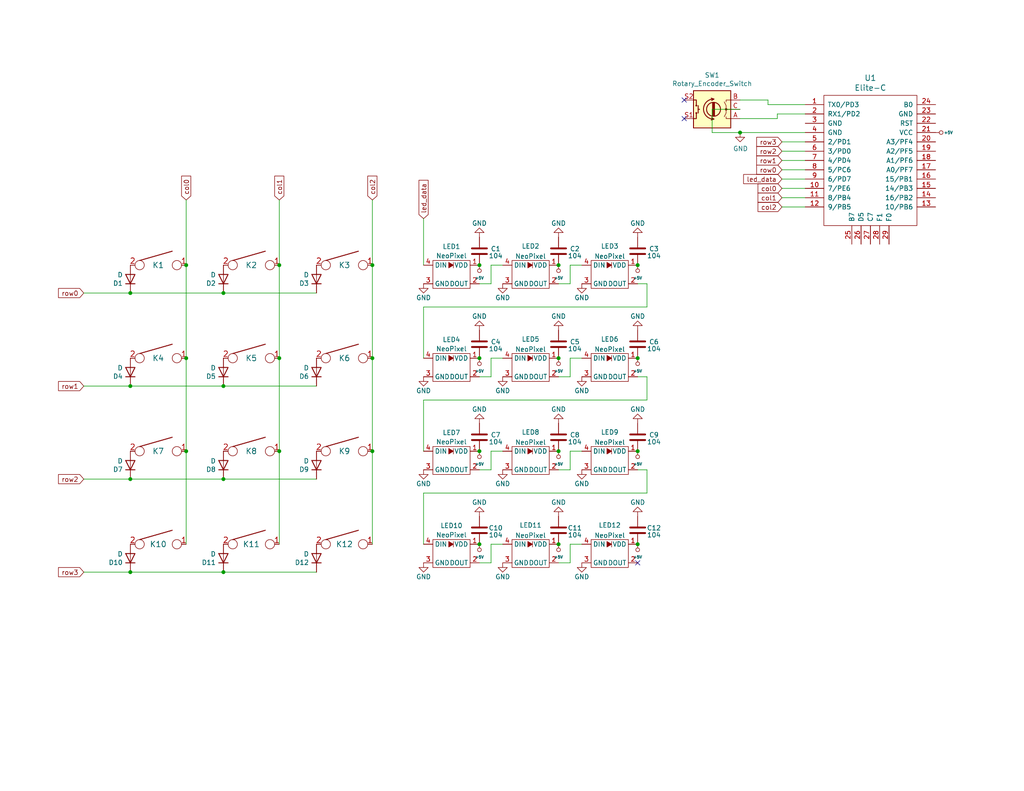
<source format=kicad_sch>
(kicad_sch (version 20211123) (generator eeschema)
  (paper "USLetter")
  (title_block (title "HTSTEM Prototype Macro12") (date "2022-05-08") (company "🔣🔣"))
  (lib_symbols
    (symbol "Device:C" (pin_numbers hide) (pin_names (offset 0.254))
      (property "Reference" "C" (at 0.635 2.54 0))
      (property "Value" "C" (at 0.635 -2.54 0))
      (symbol "C_0_1"
        (polyline (pts (xy -2.032 -0.762) (xy 2.032 -0.762)) (stroke (width 0.508)))
        (polyline (pts (xy -2.032 0.762) (xy 2.032 0.762)) (stroke (width 0.508)))
      )
      (symbol "C_1_1"
        (pin passive line (at 0 3.81 270) (length 2.794) (name "~") (number "1"))
        (pin passive line (at 0 -3.81 90) (length 2.794) (name "~") (number "2"))
      )
    )
    (symbol "Device:D" (pin_numbers hide) (pin_names (offset 1.016) hide)
      (property "Reference" "D" (at 0 2.54 0))
      (property "Value" "D" (at 0 -2.54 0))
      (symbol "D_0_1"
        (polyline (pts (xy -1.27 1.27) (xy -1.27 -1.27)) (stroke (width 0.254)))
        (polyline (pts (xy 1.27 0) (xy -1.27 0)))
        (polyline (pts (xy 1.27 1.27) (xy 1.27 -1.27) (xy -1.27 0) (xy 1.27 1.27)) (stroke (width 0.254)))
      )
      (symbol "D_1_1"
        (pin passive line (at -3.81 0 0) (length 2.54) (name "K") (number "1"))
        (pin passive line (at 3.81 0 180) (length 2.54) (name "A") (number "2"))
      )
    )
    (symbol "Device:Rotary_Encoder_Switch" (pin_names (offset 0.254) hide)
      (property "Reference" "SW" (at 0 6.604 0))
      (property "Value" "Device_Rotary_Encoder_Switch" (at 0 -6.604 0))
      (symbol "Rotary_Encoder_Switch_0_1"
        (rectangle (start -5.08 5.08) (end 5.08 -5.08) (stroke (width 0.254)) (fill (type background)))
        (circle (center -3.81 0) (radius 0.254) (fill (type outline)))
        (arc (start -0.381 -2.794) (mid 2.3622 -0.0635) (end -0.381 2.667) (stroke (width 0.254)))
        (circle (center -0.381 0) (radius 1.905) (stroke (width 0.254)))
        (polyline (pts (xy -0.635 -1.778) (xy -0.635 1.778)) (stroke (width 0.254)))
        (polyline (pts (xy -0.381 -1.778) (xy -0.381 1.778)) (stroke (width 0.254)))
        (polyline (pts (xy -0.127 1.778) (xy -0.127 -1.778)) (stroke (width 0.254)))
        (polyline (pts (xy 3.81 0) (xy 3.429 0)) (stroke (width 0.254)))
        (polyline (pts (xy 3.81 1.016) (xy 3.81 -1.016)) (stroke (width 0.254)))
        (polyline (pts (xy -5.08 -2.54) (xy -3.81 -2.54) (xy -3.81 -2.032)))
        (polyline (pts (xy -5.08 2.54) (xy -3.81 2.54) (xy -3.81 2.032)))
        (polyline (pts (xy 0.254 -3.048) (xy -0.508 -2.794) (xy 0.127 -2.413)) (stroke (width 0.254)))
        (polyline (pts (xy 0.254 2.921) (xy -0.508 2.667) (xy 0.127 2.286)) (stroke (width 0.254)))
        (polyline (pts (xy 5.08 -2.54) (xy 4.318 -2.54) (xy 4.318 -1.016)) (stroke (width 0.254)))
        (polyline (pts (xy 5.08 2.54) (xy 4.318 2.54) (xy 4.318 1.016)) (stroke (width 0.254)))
        (polyline (pts (xy -5.08 0) (xy -3.81 0) (xy -3.81 -1.016) (xy -3.302 -2.032)))
        (polyline (pts (xy -4.318 0) (xy -3.81 0) (xy -3.81 1.016) (xy -3.302 2.032)))
        (circle (center 4.318 -1.016) (radius 0.127) (stroke (width 0.254)))
        (circle (center 4.318 1.016) (radius 0.127) (stroke (width 0.254)))
      )
      (symbol "Rotary_Encoder_Switch_1_1"
        (pin passive line (at -7.62 2.54 0) (length 2.54) (name "A") (number "A"))
        (pin passive line (at -7.62 -2.54 0) (length 2.54) (name "B") (number "B"))
        (pin passive line (at -7.62 0 0) (length 2.54) (name "C") (number "C"))
        (pin passive line (at 7.62 2.54 180) (length 2.54) (name "S1") (number "S1"))
        (pin passive line (at 7.62 -2.54 180) (length 2.54) (name "S2") (number "S2"))
      )
    )
    (symbol "dunkyl_kicad:NeoPixel"
      (property "Reference" "LED" (at 0 -5.08 0))
      (property "Value" "NeoPixel" (at 0 0 0))
      (symbol "NeoPixel_0_1"
        (rectangle (start -5.08 3.81) (end 5.08 -3.81) (stroke (width 0.1524)))
        (polyline (pts (xy 0.508 3.302) (xy 0.508 1.778)) (stroke (width 0.1524)))
        (polyline (pts (xy -0.762 3.302) (xy -0.762 1.778) (xy 0.508 2.54) (xy -0.762 3.302)) (stroke (width 0.1524)) (fill (type outline)))
      )
      (symbol "NeoPixel_1_1"
        (pin input line (at 7.62 2.54 180) (length 2.54) (name "VDD") (number "1"))
        (pin input line (at 7.62 -2.54 180) (length 2.54) (name "DOUT") (number "2"))
        (pin input line (at -7.62 -2.54 0) (length 2.54) (name "GND") (number "3"))
        (pin input line (at -7.62 2.54 0) (length 2.54) (name "DIN") (number "4"))
      )
    )
    (symbol "keebio:Elite-C" (pin_names (offset 1.016))
      (property "Reference" "U" (at 0 0 0))
      (property "Value" "keebio_Elite-C" (at 0 2.54 0))
      (symbol "Elite-C_0_1"
        (rectangle (start 12.7 -19.05) (end -12.7 16.51))
      )
      (symbol "Elite-C_1_1"
        (pin input line (at -17.78 13.97 0) (length 5.08) (name "TX0/PD3") (number "1"))
        (pin input line (at -17.78 -8.89 0) (length 5.08) (name "7/PE6") (number "10"))
        (pin input line (at -17.78 -11.43 0) (length 5.08) (name "8/PB4") (number "11"))
        (pin input line (at -17.78 -13.97 0) (length 5.08) (name "9/PB5") (number "12"))
        (pin input line (at 17.78 -13.97 180) (length 5.08) (name "10/PB6") (number "13"))
        (pin input line (at 17.78 -11.43 180) (length 5.08) (name "16/PB2") (number "14"))
        (pin input line (at 17.78 -8.89 180) (length 5.08) (name "14/PB3") (number "15"))
        (pin input line (at 17.78 -6.35 180) (length 5.08) (name "15/PB1") (number "16"))
        (pin input line (at 17.78 -3.81 180) (length 5.08) (name "A0/PF7") (number "17"))
        (pin input line (at 17.78 -1.27 180) (length 5.08) (name "A1/PF6") (number "18"))
        (pin input line (at 17.78 1.27 180) (length 5.08) (name "A2/PF5") (number "19"))
        (pin input line (at -17.78 11.43 0) (length 5.08) (name "RX1/PD2") (number "2"))
        (pin input line (at 17.78 3.81 180) (length 5.08) (name "A3/PF4") (number "20"))
        (pin input line (at 17.78 6.35 180) (length 5.08) (name "VCC") (number "21"))
        (pin input line (at 17.78 8.89 180) (length 5.08) (name "RST") (number "22"))
        (pin input line (at 17.78 11.43 180) (length 5.08) (name "GND") (number "23"))
        (pin input line (at 17.78 13.97 180) (length 5.08) (name "B0") (number "24"))
        (pin input line (at -5.08 -24.13 90) (length 5.08) (name "B7") (number "25"))
        (pin input line (at -2.54 -24.13 90) (length 5.08) (name "D5") (number "26"))
        (pin input line (at 0 -24.13 90) (length 5.08) (name "C7") (number "27"))
        (pin input line (at 2.54 -24.13 90) (length 5.08) (name "F1") (number "28"))
        (pin input line (at 5.08 -24.13 90) (length 5.08) (name "F0") (number "29"))
        (pin input line (at -17.78 8.89 0) (length 5.08) (name "GND") (number "3"))
        (pin input line (at -17.78 6.35 0) (length 5.08) (name "GND") (number "4"))
        (pin input line (at -17.78 3.81 0) (length 5.08) (name "2/PD1") (number "5"))
        (pin input line (at -17.78 1.27 0) (length 5.08) (name "3/PD0") (number "6"))
        (pin input line (at -17.78 -1.27 0) (length 5.08) (name "4/PD4") (number "7"))
        (pin input line (at -17.78 -3.81 0) (length 5.08) (name "5/PC6") (number "8"))
        (pin input line (at -17.78 -6.35 0) (length 5.08) (name "6/PD7") (number "9"))
      )
    )
    (symbol "keyboard_parts:+5V" (power) (pin_names (offset 0))
      (property "Value" "keyboard_parts_+5V" (at 0 2.794 0))
      (symbol "+5V_0_0"
        (pin power_in line (at 0 0 90) (length 0) hide (name "+5V") (number "1"))
      )
      (symbol "+5V_0_1"
        (polyline (pts (xy 0 0) (xy 0 1.016) (xy 0 1.016)))
        (circle (center 0 1.524) (radius 0.508))
      )
    )
    (symbol "keyboard_parts:KEYSW" (pin_names (offset 1.016))
      (property "Reference" "K?" (at -1.27 0 0))
      (symbol "KEYSW_0_1"
        (circle (center -5.08 0) (radius 1.27))
        (polyline (pts (xy -5.08 1.27) (xy 3.81 3.81)) (stroke (width 0.254)))
        (circle (center 5.08 0) (radius 1.27))
      )
      (symbol "KEYSW_1_1"
        (pin passive line (at 7.62 0 180) (length 1.27) (name "~") (number "1"))
        (pin passive line (at -7.62 0 0) (length 1.27) (name "~") (number "2"))
      )
    )
    (symbol "power:GND" (power) (pin_names (offset 0))
      (property "Value" "GND" (at 0 -3.81 0))
      (symbol "GND_0_1"
        (polyline (pts (xy 0 0) (xy 0 -1.27) (xy 1.27 -1.27) (xy 0 -2.54) (xy -1.27 -1.27) (xy 0 -1.27)))
      )
      (symbol "GND_1_1"
        (pin power_in line (at 0 0 270) (length 0) hide (name "GND") (number "1"))
      )
    )
  )
  (junction (at 101.6 72.39))
  (junction (at 101.6 97.79))
  (junction (at 152.4 148.59))
  (junction (at 50.8 123.19))
  (junction (at 60.96 80.01))
  (junction (at 173.99 123.19))
  (junction (at 173.99 148.59))
  (junction (at 76.2 97.79))
  (junction (at 173.99 97.79))
  (junction (at 173.99 72.39))
  (junction (at 130.81 123.19))
  (junction (at 152.4 72.39))
  (junction (at 35.56 80.01))
  (junction (at 130.81 72.39))
  (junction (at 60.96 156.21))
  (junction (at 35.56 156.21))
  (junction (at 60.96 105.41))
  (junction (at 35.56 130.81))
  (junction (at 35.56 105.41))
  (junction (at 201.93 36.195))
  (junction (at 152.4 97.79))
  (junction (at 101.6 123.19))
  (junction (at 50.8 72.39))
  (junction (at 76.2 123.19))
  (junction (at 76.2 72.39))
  (junction (at 50.8 97.79))
  (junction (at 152.4 123.19))
  (junction (at 130.81 148.59))
  (junction (at 60.96 130.81))
  (junction (at 130.81 97.79))
  (no_connect (at 173.99 153.67))
  (no_connect (at 186.69 32.385))
  (no_connect (at 186.69 27.305))
  (wire (pts (xy 173.99 128.27) (xy 176.53 128.27)))
  (wire (pts (xy 137.16 148.59) (xy 133.985 148.59)))
  (wire (pts (xy 194.31 36.195) (xy 201.93 36.195)))
  (wire (pts (xy 176.53 102.87) (xy 176.53 109.22)))
  (wire (pts (xy 22.86 105.41) (xy 35.56 105.41)))
  (wire (pts (xy 115.57 59.69) (xy 115.57 72.39)))
  (wire (pts (xy 176.53 83.82) (xy 115.57 83.82)))
  (wire (pts (xy 212.09 32.385) (xy 212.09 31.115)))
  (wire (pts (xy 155.575 97.79) (xy 155.575 102.87)))
  (wire (pts (xy 213.36 38.735) (xy 219.71 38.735)))
  (wire (pts (xy 212.09 31.115) (xy 219.71 31.115)))
  (wire (pts (xy 60.96 156.21) (xy 86.36 156.21)))
  (wire (pts (xy 158.75 72.39) (xy 155.575 72.39)))
  (wire (pts (xy 155.575 123.19) (xy 155.575 128.27)))
  (wire (pts (xy 133.985 77.47) (xy 130.81 77.47)))
  (wire (pts (xy 219.71 28.575) (xy 209.55 28.575)))
  (wire (pts (xy 173.99 102.87) (xy 176.53 102.87)))
  (wire (pts (xy 101.6 72.39) (xy 101.6 54.61)))
  (wire (pts (xy 201.93 36.195) (xy 219.71 36.195)))
  (wire (pts (xy 35.56 105.41) (xy 60.96 105.41)))
  (wire (pts (xy 133.985 153.67) (xy 130.81 153.67)))
  (wire (pts (xy 35.56 130.81) (xy 60.96 130.81)))
  (wire (pts (xy 115.57 134.62) (xy 115.57 148.59)))
  (wire (pts (xy 213.36 43.815) (xy 219.71 43.815)))
  (wire (pts (xy 155.575 77.47) (xy 152.4 77.47)))
  (wire (pts (xy 101.6 148.59) (xy 101.6 123.19)))
  (wire (pts (xy 60.96 80.01) (xy 86.36 80.01)))
  (wire (pts (xy 35.56 80.01) (xy 60.96 80.01)))
  (wire (pts (xy 137.16 97.79) (xy 133.985 97.79)))
  (wire (pts (xy 155.575 102.87) (xy 152.4 102.87)))
  (wire (pts (xy 60.96 105.41) (xy 86.36 105.41)))
  (wire (pts (xy 219.71 41.275) (xy 213.36 41.275)))
  (wire (pts (xy 173.99 77.47) (xy 176.53 77.47)))
  (wire (pts (xy 155.575 148.59) (xy 155.575 153.67)))
  (wire (pts (xy 219.71 51.435) (xy 213.36 51.435)))
  (wire (pts (xy 158.75 123.19) (xy 155.575 123.19)))
  (wire (pts (xy 50.8 72.39) (xy 50.8 54.61)))
  (wire (pts (xy 76.2 123.19) (xy 76.2 97.79)))
  (wire (pts (xy 22.86 80.01) (xy 35.56 80.01)))
  (wire (pts (xy 155.575 153.67) (xy 152.4 153.67)))
  (wire (pts (xy 22.86 156.21) (xy 35.56 156.21)))
  (wire (pts (xy 115.57 83.82) (xy 115.57 97.79)))
  (wire (pts (xy 219.71 46.355) (xy 213.36 46.355)))
  (wire (pts (xy 60.96 130.81) (xy 86.36 130.81)))
  (wire (pts (xy 219.71 56.515) (xy 213.36 56.515)))
  (wire (pts (xy 176.53 128.27) (xy 176.53 134.62)))
  (wire (pts (xy 133.985 72.39) (xy 133.985 77.47)))
  (wire (pts (xy 137.16 123.19) (xy 133.985 123.19)))
  (wire (pts (xy 133.985 148.59) (xy 133.985 153.67)))
  (wire (pts (xy 176.53 134.62) (xy 115.57 134.62)))
  (wire (pts (xy 50.8 123.19) (xy 50.8 97.79)))
  (wire (pts (xy 133.985 97.79) (xy 133.985 102.87)))
  (wire (pts (xy 101.6 123.19) (xy 101.6 97.79)))
  (wire (pts (xy 201.93 29.845) (xy 194.31 29.845)))
  (wire (pts (xy 158.75 97.79) (xy 155.575 97.79)))
  (wire (pts (xy 35.56 156.21) (xy 60.96 156.21)))
  (wire (pts (xy 50.8 148.59) (xy 50.8 123.19)))
  (wire (pts (xy 76.2 72.39) (xy 76.2 54.61)))
  (wire (pts (xy 209.55 27.305) (xy 201.93 27.305)))
  (wire (pts (xy 50.8 97.79) (xy 50.8 72.39)))
  (wire (pts (xy 22.86 130.81) (xy 35.56 130.81)))
  (wire (pts (xy 213.36 53.975) (xy 219.71 53.975)))
  (wire (pts (xy 209.55 28.575) (xy 209.55 27.305)))
  (wire (pts (xy 133.985 128.27) (xy 130.81 128.27)))
  (wire (pts (xy 213.36 48.895) (xy 219.71 48.895)))
  (wire (pts (xy 155.575 72.39) (xy 155.575 77.47)))
  (wire (pts (xy 158.75 148.59) (xy 155.575 148.59)))
  (wire (pts (xy 176.53 109.22) (xy 115.57 109.22)))
  (wire (pts (xy 76.2 148.59) (xy 76.2 123.19)))
  (wire (pts (xy 115.57 109.22) (xy 115.57 123.19)))
  (wire (pts (xy 133.985 102.87) (xy 130.81 102.87)))
  (wire (pts (xy 201.93 32.385) (xy 212.09 32.385)))
  (wire (pts (xy 194.31 29.845) (xy 194.31 36.195)))
  (wire (pts (xy 76.2 97.79) (xy 76.2 72.39)))
  (wire (pts (xy 176.53 77.47) (xy 176.53 83.82)))
  (wire (pts (xy 101.6 97.79) (xy 101.6 72.39)))
  (wire (pts (xy 137.16 72.39) (xy 133.985 72.39)))
  (wire (pts (xy 133.985 123.19) (xy 133.985 128.27)))
  (wire (pts (xy 155.575 128.27) (xy 152.4 128.27)))
  (global_label "col0" (shape input) (at 50.8 54.61 90) (property "Intersheet References" "${INTERSHEET_REFS}" (effects hide)))
  (global_label "col2" (shape input) (at 213.36 56.515 180) (property "Intersheet References" "${INTERSHEET_REFS}" (effects hide)))
  (global_label "row2" (shape input) (at 22.86 130.81 180) (property "Intersheet References" "${INTERSHEET_REFS}" (effects hide)))
  (global_label "row1" (shape input) (at 22.86 105.41 180) (property "Intersheet References" "${INTERSHEET_REFS}" (effects hide)))
  (global_label "col2" (shape input) (at 101.6 54.61 90) (property "Intersheet References" "${INTERSHEET_REFS}" (effects hide)))
  (global_label "row0" (shape input) (at 22.86 80.01 180) (property "Intersheet References" "${INTERSHEET_REFS}" (effects hide)))
  (global_label "col1" (shape input) (at 76.2 54.61 90) (property "Intersheet References" "${INTERSHEET_REFS}" (effects hide)))
  (global_label "row2" (shape input) (at 213.36 41.275 180) (property "Intersheet References" "${INTERSHEET_REFS}" (effects hide)))
  (global_label "led_data" (shape input) (at 213.36 48.895 180) (property "Intersheet References" "${INTERSHEET_REFS}" (effects hide)))
  (global_label "row1" (shape input) (at 213.36 43.815 180) (property "Intersheet References" "${INTERSHEET_REFS}" (effects hide)))
  (global_label "row0" (shape input) (at 213.36 46.355 180) (property "Intersheet References" "${INTERSHEET_REFS}" (effects hide)))
  (global_label "led_data" (shape input) (at 115.57 59.69 90) (property "Intersheet References" "${INTERSHEET_REFS}" (effects hide)))
  (global_label "row3" (shape input) (at 22.86 156.21 180) (property "Intersheet References" "${INTERSHEET_REFS}" (effects hide)))
  (global_label "col1" (shape input) (at 213.36 53.975 180) (property "Intersheet References" "${INTERSHEET_REFS}" (effects hide)))
  (global_label "col0" (shape input) (at 213.36 51.435 180) (property "Intersheet References" "${INTERSHEET_REFS}" (effects hide)))
  (global_label "row3" (shape input) (at 213.36 38.735 180) (property "Intersheet References" "${INTERSHEET_REFS}" (effects hide)))
  (symbol (lib_id "keebio:Elite-C") (at 237.49 42.545 0) (unit 1)
    (property "Reference" "U1" (at 237.49 21.2852 0) (effects (font (size 1.524 1.524))))
    (property "Value" "Elite-C" (at 237.49 23.9776 0) (effects (font (size 1.524 1.524))))
    (property "Footprint" "keebio:Elite-C-castellated-29pin-holes" (effects hide))
  )
  (symbol (lib_id "keyboard_parts:KEYSW") (at 43.18 72.39 0) (unit 1)
    (property "Reference" "K1" (at 43.18 72.39 0) (effects (font (size 1.524 1.524))))
    (property "Value" "KEYSW" (effects hide))
    (property "Footprint" "keebs:Mx_Alps_100" (effects hide))
  )
  (symbol (lib_id "keyboard_parts:KEYSW") (at 68.58 72.39 0) (unit 1)
    (property "Reference" "K2" (at 68.58 72.39 0) (effects (font (size 1.524 1.524))))
    (property "Value" "KEYSW" (effects hide))
    (property "Footprint" "keebs:Mx_Alps_100" (effects hide))
  )
  (symbol (lib_id "Device:D") (at 60.96 76.2 90) (unit 1)
    (property "Reference" "D2" (at 58.928 77.3684 90) (effects (justify left)))
    (property "Value" "D" (at 58.928 75.057 90) (effects (justify left)))
    (property "Footprint" "keyboard_parts:D_SOD123_axial" (effects hide))
  )
  (symbol (lib_id "keyboard_parts:KEYSW") (at 93.98 72.39 0) (unit 1)
    (property "Reference" "K3" (at 93.98 72.39 0) (effects (font (size 1.524 1.524))))
    (property "Value" "KEYSW" (effects hide))
    (property "Footprint" "keebs:Mx_Alps_100" (effects hide))
  )
  (symbol (lib_id "Device:D") (at 86.36 76.2 90) (unit 1)
    (property "Reference" "D3" (at 84.328 77.3684 90) (effects (justify left)))
    (property "Value" "D" (at 84.328 75.057 90) (effects (justify left)))
    (property "Footprint" "keyboard_parts:D_SOD123_axial" (effects hide))
  )
  (symbol (lib_id "keyboard_parts:KEYSW") (at 43.18 97.79 0) (unit 1)
    (property "Reference" "K4" (at 43.18 97.79 0) (effects (font (size 1.524 1.524))))
    (property "Value" "KEYSW" (effects hide))
    (property "Footprint" "keebs:Mx_Alps_100" (effects hide))
  )
  (symbol (lib_id "Device:D") (at 35.56 101.6 90) (unit 1)
    (property "Reference" "D4" (at 33.528 102.7684 90) (effects (justify left)))
    (property "Value" "D" (at 33.528 100.457 90) (effects (justify left)))
    (property "Footprint" "keyboard_parts:D_SOD123_axial" (effects hide))
  )
  (symbol (lib_id "keyboard_parts:KEYSW") (at 68.58 97.79 0) (unit 1)
    (property "Reference" "K5" (at 68.58 97.79 0) (effects (font (size 1.524 1.524))))
    (property "Value" "KEYSW" (effects hide))
    (property "Footprint" "keebs:Mx_Alps_100" (effects hide))
  )
  (symbol (lib_id "Device:D") (at 60.96 101.6 90) (unit 1)
    (property "Reference" "D5" (at 58.928 102.7684 90) (effects (justify left)))
    (property "Value" "D" (at 58.928 100.457 90) (effects (justify left)))
    (property "Footprint" "keyboard_parts:D_SOD123_axial" (effects hide))
  )
  (symbol (lib_id "keyboard_parts:KEYSW") (at 93.98 97.79 0) (unit 1)
    (property "Reference" "K6" (at 93.98 97.79 0) (effects (font (size 1.524 1.524))))
    (property "Value" "KEYSW" (effects hide))
    (property "Footprint" "keebs:Mx_Alps_100" (effects hide))
  )
  (symbol (lib_id "Device:D") (at 86.36 101.6 90) (unit 1)
    (property "Reference" "D6" (at 84.328 102.7684 90) (effects (justify left)))
    (property "Value" "D" (at 84.328 100.457 90) (effects (justify left)))
    (property "Footprint" "keyboard_parts:D_SOD123_axial" (effects hide))
  )
  (symbol (lib_id "keyboard_parts:KEYSW") (at 43.18 123.19 0) (unit 1)
    (property "Reference" "K7" (at 43.18 123.19 0) (effects (font (size 1.524 1.524))))
    (property "Value" "KEYSW" (effects hide))
    (property "Footprint" "keebs:Mx_Alps_100" (effects hide))
  )
  (symbol (lib_id "Device:D") (at 35.56 127 90) (unit 1)
    (property "Reference" "D7" (at 33.528 128.1684 90) (effects (justify left)))
    (property "Value" "D" (at 33.528 125.857 90) (effects (justify left)))
    (property "Footprint" "keyboard_parts:D_SOD123_axial" (effects hide))
  )
  (symbol (lib_id "keyboard_parts:KEYSW") (at 68.58 123.19 0) (unit 1)
    (property "Reference" "K8" (at 68.58 123.19 0) (effects (font (size 1.524 1.524))))
    (property "Value" "KEYSW" (effects hide))
    (property "Footprint" "keebs:Mx_Alps_100" (effects hide))
  )
  (symbol (lib_id "Device:D") (at 60.96 127 90) (unit 1)
    (property "Reference" "D8" (at 58.928 128.1684 90) (effects (justify left)))
    (property "Value" "D" (at 58.928 125.857 90) (effects (justify left)))
    (property "Footprint" "keyboard_parts:D_SOD123_axial" (effects hide))
  )
  (symbol (lib_id "keyboard_parts:KEYSW") (at 93.98 123.19 0) (unit 1)
    (property "Reference" "K9" (at 93.98 123.19 0) (effects (font (size 1.524 1.524))))
    (property "Value" "KEYSW" (effects hide))
    (property "Footprint" "keebs:Mx_Alps_100" (effects hide))
  )
  (symbol (lib_id "Device:D") (at 86.36 127 90) (unit 1)
    (property "Reference" "D9" (at 84.328 128.1684 90) (effects (justify left)))
    (property "Value" "D" (at 84.328 125.857 90) (effects (justify left)))
    (property "Footprint" "keyboard_parts:D_SOD123_axial" (effects hide))
  )
  (symbol (lib_id "keyboard_parts:KEYSW") (at 43.18 148.59 0) (unit 1)
    (property "Reference" "K10" (at 43.18 148.59 0) (effects (font (size 1.524 1.524))))
    (property "Value" "KEYSW" (effects hide))
    (property "Footprint" "keebs:Mx_Alps_100" (effects hide))
  )
  (symbol (lib_id "Device:D") (at 35.56 152.4 90) (unit 1)
    (property "Reference" "D10" (at 33.528 153.5684 90) (effects (justify left)))
    (property "Value" "D" (at 33.528 151.257 90) (effects (justify left)))
    (property "Footprint" "keyboard_parts:D_SOD123_axial" (effects hide))
  )
  (symbol (lib_id "keyboard_parts:KEYSW") (at 68.58 148.59 0) (unit 1)
    (property "Reference" "K11" (at 68.58 148.59 0) (effects (font (size 1.524 1.524))))
    (property "Value" "KEYSW" (effects hide))
    (property "Footprint" "keebs:Mx_Alps_100" (effects hide))
  )
  (symbol (lib_id "Device:D") (at 60.96 152.4 90) (unit 1)
    (property "Reference" "D11" (at 58.928 153.5684 90) (effects (justify left)))
    (property "Value" "D" (at 58.928 151.257 90) (effects (justify left)))
    (property "Footprint" "keyboard_parts:D_SOD123_axial" (effects hide))
  )
  (symbol (lib_id "keyboard_parts:KEYSW") (at 93.98 148.59 0) (unit 1)
    (property "Reference" "K12" (at 93.98 148.59 0) (effects (font (size 1.524 1.524))))
    (property "Value" "KEYSW" (effects hide))
    (property "Footprint" "keebs:Mx_Alps_100" (effects hide))
  )
  (symbol (lib_id "Device:D") (at 86.36 152.4 90) (unit 1)
    (property "Reference" "D12" (at 84.328 153.5684 90) (effects (justify left)))
    (property "Value" "D" (at 84.328 151.257 90) (effects (justify left)))
    (property "Footprint" "keyboard_parts:D_SOD123_axial" (effects hide))
  )
  (symbol (lib_id "Device:Rotary_Encoder_Switch") (at 194.31 29.845 180) (unit 1)
    (property "Reference" "SW1" (at 194.31 20.5232 0))
    (property "Value" "Rotary_Encoder_Switch" (at 194.31 22.8346 0))
    (property "Footprint" "Rotary_Encoder:RotaryEncoder_Alps_EC11E-Switch_Vertical_H20mm" (effects hide))
  )
  (symbol (lib_id "keyboard_parts:+5V") (at 255.27 36.195 270) (unit 1)
    (property "Reference" "#PWR02" (effects hide))
    (property "Value" "+5V" (at 258.7752 36.195 90) (effects (font (size 0.762 0.762))))
  )
  (symbol (lib_id "keyboard_parts:+5V") (at 130.81 72.39 180) (unit 1)
    (property "Reference" "#PWR06" (effects hide))
    (property "Value" "+5V" (at 130.81 75.8952 0) (effects (font (size 0.762 0.762))))
  )
  (symbol (lib_id "Device:C") (at 130.81 68.58 180) (unit 1)
    (property "Reference" "C1" (at 135.255 67.945 0))
    (property "Value" "104" (at 135.255 69.85 0))
    (property "Footprint" "Capacitor_SMD:C_0805_2012Metric_Pad1.18x1.45mm_HandSolder" (effects hide))
  )
  (symbol (lib_id "power:GND") (at 201.93 36.195 0) (unit 1)
    (property "Reference" "#PWR01" (effects hide))
    (property "Value" "GND" (at 202.057 40.5892 0))
  )
  (symbol (lib_id "power:GND") (at 130.81 64.77 180) (unit 1)
    (property "Reference" "#PWR03" (effects hide))
    (property "Value" "GND" (at 130.81 60.96 0))
  )
  (symbol (lib_id "power:GND") (at 115.57 77.47 0) (unit 1)
    (property "Reference" "#PWR09" (effects hide))
    (property "Value" "GND" (at 115.57 81.28 0))
  )
  (symbol (lib_id "Device:D") (at 35.56 76.2 90) (unit 1)
    (property "Reference" "D1" (at 33.528 77.3684 90) (effects (justify left)))
    (property "Value" "D" (at 33.528 75.057 90) (effects (justify left)))
    (property "Footprint" "keyboard_parts:D_SOD123_axial" (effects hide))
  )
  (symbol (lib_id "dunkyl_kicad:NeoPixel") (at 166.37 74.93 0) (unit 1)
    (property "Reference" "LED3" (at 166.37 67.2043 0))
    (property "Value" "NeoPixel" (at 166.37 69.9794 0))
    (property "Footprint" "dunkyl_kicad:Adafruit NeoPixel SK6812_E" (effects hide))
  )
  (symbol (lib_id "power:GND") (at 173.99 90.17 180) (unit 1)
    (property "Reference" "#PWR014" (effects hide))
    (property "Value" "GND" (at 173.99 86.36 0))
  )
  (symbol (lib_id "Device:C") (at 130.81 119.38 180) (unit 1)
    (property "Reference" "C7" (at 135.255 118.745 0))
    (property "Value" "104" (at 135.255 120.65 0))
    (property "Footprint" "Capacitor_SMD:C_0805_2012Metric_Pad1.18x1.45mm_HandSolder" (effects hide))
  )
  (symbol (lib_id "keyboard_parts:+5V") (at 130.81 123.19 180) (unit 1)
    (property "Reference" "#PWR024" (effects hide))
    (property "Value" "+5V" (at 130.81 126.6952 0) (effects (font (size 0.762 0.762))))
  )
  (symbol (lib_id "Device:C") (at 130.81 144.78 180) (unit 1)
    (property "Reference" "C10" (at 135.255 144.145 0))
    (property "Value" "104" (at 135.255 146.05 0))
    (property "Footprint" "Capacitor_SMD:C_0805_2012Metric_Pad1.18x1.45mm_HandSolder" (effects hide))
  )
  (symbol (lib_id "power:GND") (at 173.99 140.97 180) (unit 1)
    (property "Reference" "#PWR032" (effects hide))
    (property "Value" "GND" (at 173.99 137.16 0))
  )
  (symbol (lib_id "power:GND") (at 130.81 140.97 180) (unit 1)
    (property "Reference" "#PWR030" (effects hide))
    (property "Value" "GND" (at 130.81 137.16 0))
  )
  (symbol (lib_id "Device:C") (at 152.4 68.58 180) (unit 1)
    (property "Reference" "C2" (at 156.845 67.945 0))
    (property "Value" "104" (at 156.845 69.85 0))
    (property "Footprint" "Capacitor_SMD:C_0805_2012Metric_Pad1.18x1.45mm_HandSolder" (effects hide))
  )
  (symbol (lib_id "power:GND") (at 158.75 102.87 0) (unit 1)
    (property "Reference" "#PWR020" (effects hide))
    (property "Value" "GND" (at 158.75 106.68 0))
  )
  (symbol (lib_id "power:GND") (at 115.57 102.87 0) (unit 1)
    (property "Reference" "#PWR018" (effects hide))
    (property "Value" "GND" (at 115.57 106.68 0))
  )
  (symbol (lib_id "keyboard_parts:+5V") (at 152.4 97.79 180) (unit 1)
    (property "Reference" "#PWR016" (effects hide))
    (property "Value" "+5V" (at 152.4 101.2952 0) (effects (font (size 0.762 0.762))))
  )
  (symbol (lib_id "dunkyl_kicad:NeoPixel") (at 144.78 125.73 0) (unit 1)
    (property "Reference" "LED8" (at 144.78 118.0043 0))
    (property "Value" "NeoPixel" (at 144.78 120.7794 0))
    (property "Footprint" "dunkyl_kicad:Adafruit NeoPixel SK6812_E" (effects hide))
  )
  (symbol (lib_id "dunkyl_kicad:NeoPixel") (at 123.19 100.33 0) (unit 1)
    (property "Reference" "LED4" (at 123.19 92.71 0))
    (property "Value" "NeoPixel" (at 123.19 95.25 0))
    (property "Footprint" "dunkyl_kicad:Adafruit NeoPixel SK6812_E" (effects hide))
  )
  (symbol (lib_id "power:GND") (at 137.16 153.67 0) (unit 1)
    (property "Reference" "#PWR037" (effects hide))
    (property "Value" "GND" (at 137.16 157.48 0))
  )
  (symbol (lib_id "keyboard_parts:+5V") (at 173.99 123.19 180) (unit 1)
    (property "Reference" "#PWR026" (effects hide))
    (property "Value" "+5V" (at 173.99 126.6952 0) (effects (font (size 0.762 0.762))))
  )
  (symbol (lib_id "power:GND") (at 158.75 128.27 0) (unit 1)
    (property "Reference" "#PWR029" (effects hide))
    (property "Value" "GND" (at 158.75 132.08 0))
  )
  (symbol (lib_id "power:GND") (at 137.16 102.87 0) (unit 1)
    (property "Reference" "#PWR019" (effects hide))
    (property "Value" "GND" (at 137.16 106.68 0))
  )
  (symbol (lib_id "keyboard_parts:+5V") (at 152.4 123.19 180) (unit 1)
    (property "Reference" "#PWR025" (effects hide))
    (property "Value" "+5V" (at 152.4 126.6952 0) (effects (font (size 0.762 0.762))))
  )
  (symbol (lib_id "power:GND") (at 152.4 90.17 180) (unit 1)
    (property "Reference" "#PWR013" (effects hide))
    (property "Value" "GND" (at 152.4 86.36 0))
  )
  (symbol (lib_id "power:GND") (at 137.16 128.27 0) (unit 1)
    (property "Reference" "#PWR028" (effects hide))
    (property "Value" "GND" (at 137.16 132.08 0))
  )
  (symbol (lib_id "keyboard_parts:+5V") (at 173.99 97.79 180) (unit 1)
    (property "Reference" "#PWR017" (effects hide))
    (property "Value" "+5V" (at 173.99 101.2952 0) (effects (font (size 0.762 0.762))))
  )
  (symbol (lib_id "Device:C") (at 152.4 93.98 180) (unit 1)
    (property "Reference" "C5" (at 156.845 93.345 0))
    (property "Value" "104" (at 156.845 95.25 0))
    (property "Footprint" "Capacitor_SMD:C_0805_2012Metric_Pad1.18x1.45mm_HandSolder" (effects hide))
  )
  (symbol (lib_id "power:GND") (at 173.99 115.57 180) (unit 1)
    (property "Reference" "#PWR023" (effects hide))
    (property "Value" "GND" (at 173.99 111.76 0))
  )
  (symbol (lib_id "Device:C") (at 173.99 93.98 180) (unit 1)
    (property "Reference" "C6" (at 178.435 93.345 0))
    (property "Value" "104" (at 178.435 95.25 0))
    (property "Footprint" "Capacitor_SMD:C_0805_2012Metric_Pad1.18x1.45mm_HandSolder" (effects hide))
  )
  (symbol (lib_id "power:GND") (at 173.99 64.77 180) (unit 1)
    (property "Reference" "#PWR05" (effects hide))
    (property "Value" "GND" (at 173.99 60.96 0))
  )
  (symbol (lib_id "dunkyl_kicad:NeoPixel") (at 123.19 125.73 0) (unit 1)
    (property "Reference" "LED7" (at 123.19 118.11 0))
    (property "Value" "NeoPixel" (at 123.19 120.65 0))
    (property "Footprint" "dunkyl_kicad:Adafruit NeoPixel SK6812_E" (effects hide))
  )
  (symbol (lib_id "power:GND") (at 115.57 153.67 0) (unit 1)
    (property "Reference" "#PWR036" (effects hide))
    (property "Value" "GND" (at 115.57 157.48 0))
  )
  (symbol (lib_id "dunkyl_kicad:NeoPixel") (at 123.19 151.13 0) (unit 1)
    (property "Reference" "LED10" (at 123.19 143.51 0))
    (property "Value" "NeoPixel" (at 123.19 146.05 0))
    (property "Footprint" "dunkyl_kicad:Adafruit NeoPixel SK6812_E" (effects hide))
  )
  (symbol (lib_id "dunkyl_kicad:NeoPixel") (at 144.78 151.13 0) (unit 1)
    (property "Reference" "LED11" (at 144.78 143.4043 0))
    (property "Value" "NeoPixel" (at 144.78 146.1794 0))
    (property "Footprint" "dunkyl_kicad:Adafruit NeoPixel SK6812_E" (effects hide))
  )
  (symbol (lib_id "Device:C") (at 130.81 93.98 180) (unit 1)
    (property "Reference" "C4" (at 135.255 93.345 0))
    (property "Value" "104" (at 135.255 95.25 0))
    (property "Footprint" "Capacitor_SMD:C_0805_2012Metric_Pad1.18x1.45mm_HandSolder" (effects hide))
  )
  (symbol (lib_id "dunkyl_kicad:NeoPixel") (at 144.78 74.93 0) (unit 1)
    (property "Reference" "LED2" (at 144.78 67.2043 0))
    (property "Value" "NeoPixel" (at 144.78 69.9794 0))
    (property "Footprint" "dunkyl_kicad:Adafruit NeoPixel SK6812_E" (effects hide))
  )
  (symbol (lib_id "power:GND") (at 158.75 77.47 0) (unit 1)
    (property "Reference" "#PWR011" (effects hide))
    (property "Value" "GND" (at 158.75 81.28 0))
  )
  (symbol (lib_id "dunkyl_kicad:NeoPixel") (at 123.19 74.93 0) (unit 1)
    (property "Reference" "LED1" (at 123.19 67.31 0))
    (property "Value" "NeoPixel" (at 123.19 69.85 0))
    (property "Footprint" "dunkyl_kicad:Adafruit NeoPixel SK6812_E" (effects hide))
  )
  (symbol (lib_id "keyboard_parts:+5V") (at 130.81 97.79 180) (unit 1)
    (property "Reference" "#PWR015" (effects hide))
    (property "Value" "+5V" (at 130.81 101.2952 0) (effects (font (size 0.762 0.762))))
  )
  (symbol (lib_id "dunkyl_kicad:NeoPixel") (at 166.37 151.13 0) (unit 1)
    (property "Reference" "LED12" (at 166.37 143.4043 0))
    (property "Value" "NeoPixel" (at 166.37 146.1794 0))
    (property "Footprint" "dunkyl_kicad:Adafruit NeoPixel SK6812_E" (effects hide))
  )
  (symbol (lib_id "keyboard_parts:+5V") (at 130.81 148.59 180) (unit 1)
    (property "Reference" "#PWR033" (effects hide))
    (property "Value" "+5V" (at 130.81 152.0952 0) (effects (font (size 0.762 0.762))))
  )
  (symbol (lib_id "power:GND") (at 130.81 90.17 180) (unit 1)
    (property "Reference" "#PWR012" (effects hide))
    (property "Value" "GND" (at 130.81 86.36 0))
  )
  (symbol (lib_id "power:GND") (at 152.4 115.57 180) (unit 1)
    (property "Reference" "#PWR022" (effects hide))
    (property "Value" "GND" (at 152.4 111.76 0))
  )
  (symbol (lib_id "keyboard_parts:+5V") (at 152.4 72.39 180) (unit 1)
    (property "Reference" "#PWR07" (effects hide))
    (property "Value" "+5V" (at 152.4 75.8952 0) (effects (font (size 0.762 0.762))))
  )
  (symbol (lib_id "keyboard_parts:+5V") (at 173.99 72.39 180) (unit 1)
    (property "Reference" "#PWR08" (effects hide))
    (property "Value" "+5V" (at 173.99 75.8952 0) (effects (font (size 0.762 0.762))))
  )
  (symbol (lib_id "keyboard_parts:+5V") (at 173.99 148.59 180) (unit 1)
    (property "Reference" "#PWR035" (effects hide))
    (property "Value" "+5V" (at 173.99 152.0952 0) (effects (font (size 0.762 0.762))))
  )
  (symbol (lib_id "Device:C") (at 173.99 68.58 180) (unit 1)
    (property "Reference" "C3" (at 178.435 67.945 0))
    (property "Value" "104" (at 178.435 69.85 0))
    (property "Footprint" "Capacitor_SMD:C_0805_2012Metric_Pad1.18x1.45mm_HandSolder" (effects hide))
  )
  (symbol (lib_id "Device:C") (at 152.4 144.78 180) (unit 1)
    (property "Reference" "C11" (at 156.845 144.145 0))
    (property "Value" "104" (at 156.845 146.05 0))
    (property "Footprint" "Capacitor_SMD:C_0805_2012Metric_Pad1.18x1.45mm_HandSolder" (effects hide))
  )
  (symbol (lib_id "power:GND") (at 137.16 77.47 0) (unit 1)
    (property "Reference" "#PWR010" (effects hide))
    (property "Value" "GND" (at 137.16 81.28 0))
  )
  (symbol (lib_id "power:GND") (at 115.57 128.27 0) (unit 1)
    (property "Reference" "#PWR027" (effects hide))
    (property "Value" "GND" (at 115.57 132.08 0))
  )
  (symbol (lib_id "power:GND") (at 130.81 115.57 180) (unit 1)
    (property "Reference" "#PWR021" (effects hide))
    (property "Value" "GND" (at 130.81 111.76 0))
  )
  (symbol (lib_id "Device:C") (at 173.99 144.78 180) (unit 1)
    (property "Reference" "C12" (at 178.435 144.145 0))
    (property "Value" "104" (at 178.435 146.05 0))
    (property "Footprint" "Capacitor_SMD:C_0805_2012Metric_Pad1.18x1.45mm_HandSolder" (effects hide))
  )
  (symbol (lib_id "power:GND") (at 152.4 140.97 180) (unit 1)
    (property "Reference" "#PWR031" (effects hide))
    (property "Value" "GND" (at 152.4 137.16 0))
  )
  (symbol (lib_id "power:GND") (at 158.75 153.67 0) (unit 1)
    (property "Reference" "#PWR038" (effects hide))
    (property "Value" "GND" (at 158.75 157.48 0))
  )
  (symbol (lib_id "keyboard_parts:+5V") (at 152.4 148.59 180) (unit 1)
    (property "Reference" "#PWR034" (effects hide))
    (property "Value" "+5V" (at 152.4 152.0952 0) (effects (font (size 0.762 0.762))))
  )
  (symbol (lib_id "Device:C") (at 173.99 119.38 180) (unit 1)
    (property "Reference" "C9" (at 178.435 118.745 0))
    (property "Value" "104" (at 178.435 120.65 0))
    (property "Footprint" "Capacitor_SMD:C_0805_2012Metric_Pad1.18x1.45mm_HandSolder" (effects hide))
  )
  (symbol (lib_id "dunkyl_kicad:NeoPixel") (at 144.78 100.33 0) (unit 1)
    (property "Reference" "LED5" (at 144.78 92.6043 0))
    (property "Value" "NeoPixel" (at 144.78 95.3794 0))
    (property "Footprint" "dunkyl_kicad:Adafruit NeoPixel SK6812_E" (effects hide))
  )
  (symbol (lib_id "dunkyl_kicad:NeoPixel") (at 166.37 100.33 0) (unit 1)
    (property "Reference" "LED6" (at 166.37 92.6043 0))
    (property "Value" "NeoPixel" (at 166.37 95.3794 0))
    (property "Footprint" "dunkyl_kicad:Adafruit NeoPixel SK6812_E" (effects hide))
  )
  (symbol (lib_id "dunkyl_kicad:NeoPixel") (at 166.37 125.73 0) (unit 1)
    (property "Reference" "LED9" (at 166.37 118.0043 0))
    (property "Value" "NeoPixel" (at 166.37 120.7794 0))
    (property "Footprint" "dunkyl_kicad:Adafruit NeoPixel SK6812_E" (effects hide))
  )
  (symbol (lib_id "power:GND") (at 152.4 64.77 180) (unit 1)
    (property "Reference" "#PWR04" (effects hide))
    (property "Value" "GND" (at 152.4 60.96 0))
  )
  (symbol (lib_id "Device:C") (at 152.4 119.38 180) (unit 1)
    (property "Reference" "C8" (at 156.845 118.745 0))
    (property "Value" "104" (at 156.845 120.65 0))
    (property "Footprint" "Capacitor_SMD:C_0805_2012Metric_Pad1.18x1.45mm_HandSolder" (effects hide))
  )
)
</source>
